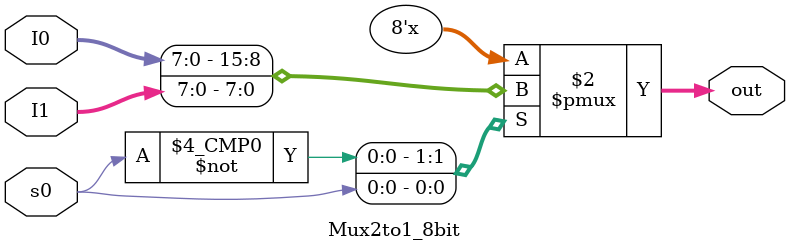
<source format=v>
module Mux2to1_8bit(
    input [7:0] I0,
    input [7:0] I1,
    input s0, 
    output reg [7:0] out 
    );
always @ (I0 or I1 or s0)
case (s0)
    0: out = I0;
    1: out = I1;
endcase
endmodule

</source>
